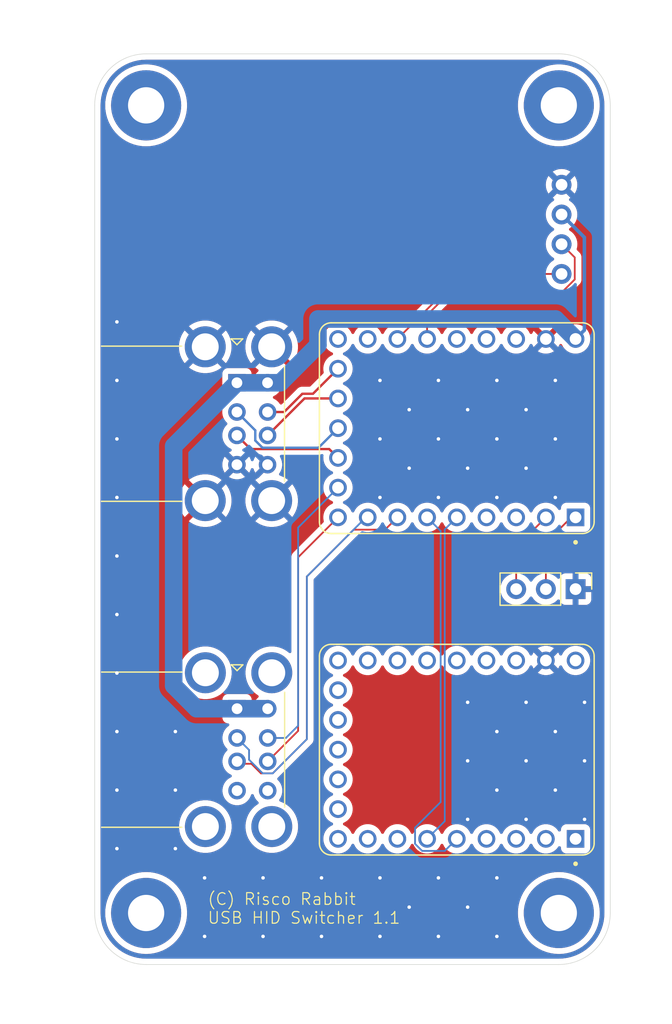
<source format=kicad_pcb>
(kicad_pcb (version 20241229) (generator "pcbnew") (generator_version "9.0")
  (layers (0 "F.Cu" signal) (2 "B.Cu" signal) (13 "F.Paste" user) (15 "B.Paste" user) (5 "F.SilkS" user "F.Silkscreen") (7 "B.SilkS" user "B.Silkscreen") (1 "F.Mask" user) (3 "B.Mask" user) (25 "Edge.Cuts" user))
  (net 0 "")
  (net 1 "Net-(J1-D2+)")
  (net 2 "Net-(J1-D1+)")
  (net 6 "Net-(J1-D2-)")
  (net 11 "Net-(J1-D1-)")
  (net 16 "Net-(J2-D1-)")
  (net 17 "Net-(J2-D1+)")
  (net 18 "Net-(J2-D2+)")
  (net 19 "Net-(J2-D2-)")
  (net 30 "Net-(U1-GP5)")
  (net 35 "GND")
  (net 36 "+5V")
  (net 37 "+5VL")
  (net 38 "Net-(J3-Pin_2)")
  (net 39 "Net-(J3-Pin_3)")
  (net 40 "Net-(U1-GP4)")
  (net 41 "Net-(U1-GP26)")
  (net 42 "Net-(U1-GP27)")
  (footprint "Connector_PinHeader_2.54mm:PinHeader_1x03_P2.54mm_Vertical" (layer "F.Cu") (at 141.732 100.33 -90)
    (property "Reference" "J3" (hide yes))
    (property "Value" "Conn_01x03_Socket" (hide yes))
    (fp_line (start -1.38 6.46) (end 1.38 6.46) (stroke (width 0.12)) (layer "F.SilkS"))
    (fp_line (start -1.38 1.27) (end -1.38 6.46) (stroke (width 0.12)) (layer "F.SilkS"))
    (fp_line (start -1.38 1.27) (end 1.38 1.27) (stroke (width 0.12)) (layer "F.SilkS"))
    (fp_line (start 1.38 1.27) (end 1.38 6.46) (stroke (width 0.12)) (layer "F.SilkS"))
    (fp_line (start -1.38 0) (end -1.38 -1.38) (stroke (width 0.12)) (layer "F.SilkS"))
    (fp_line (start -1.38 -1.38) (end 0 -1.38) (stroke (width 0.12)) (layer "F.SilkS"))
    (pad "1" thru_hole rect (at 0 0 270) (size 1.7 1.7) (drill 1) (layers "*.Cu" "*.Mask") (net 35 "GND"))
    (pad "2" thru_hole circle (at 0 2.54 270) (size 1.7 1.7) (drill 1) (layers "*.Cu" "*.Mask") (net 38 "Net-(J3-Pin_2)"))
    (pad "3" thru_hole circle (at 0 5.08 270) (size 1.7 1.7) (drill 1) (layers "*.Cu" "*.Mask") (net 39 "Net-(J3-Pin_3)"))
  )
  (footprint "mylib:M3ネジ穴" (layer "F.Cu") (at 105 129)
    (property "Reference" "REF**" (hide yes))
    (property "Value" "M3ネジ穴" (hide yes))
    (pad "1" thru_hole roundrect (at 0 -1) (size 6 6) (drill 3.1) (layers "*.Cu" "*.Mask") (roundrect_rratio 0.5))
  )
  (footprint "mylib:M3ネジ穴" (layer "F.Cu") (at 104.9 59)
    (property "Reference" "REF**" (hide yes))
    (property "Value" "M3ネジ穴" (hide yes))
    (pad "1" thru_hole roundrect (at 0.1 0) (size 6 6) (drill 3.1) (layers "*.Cu" "*.Mask") (roundrect_rratio 0.5))
  )
  (footprint "mylib:OLED128x32" (layer "F.Cu") (at 122.5 69.596 -90)
    (property "Reference" "U3" (hide yes))
    (property "Value" "~" (hide yes))
    (pad "1" thru_hole roundrect (at -3.81 -18.034 270) (size 1.7 1.7) (drill 1) (layers "*.Cu" "*.Mask") (roundrect_rratio 0.5) (net 35 "GND"))
    (pad "2" thru_hole roundrect (at -1.27 -18.034 270) (size 1.7 1.7) (drill 1) (layers "*.Cu" "*.Mask") (roundrect_rratio 0.5) (net 36 "+5V"))
    (pad "3" thru_hole roundrect (at 1.27 -18.034 270) (size 1.7 1.7) (drill 1) (layers "*.Cu" "*.Mask") (roundrect_rratio 0.5) (net 42 "Net-(U1-GP27)"))
    (pad "3" thru_hole roundrect (at 1.27 -18.034 270) (size 1.7 1.7) (drill 1) (layers "*.Cu" "*.Mask") (roundrect_rratio 0.5) (net 42 "Net-(U1-GP27)"))
    (pad "4" thru_hole roundrect (at 3.81 -18.034 270) (size 1.7 1.7) (drill 1) (layers "*.Cu" "*.Mask") (roundrect_rratio 0.5) (net 41 "Net-(U1-GP26)"))
  )
  (footprint "Connector_USB:USB_A_CUI_UJ2-ADH-TH_Horizontal_Stacked" (layer "F.Cu") (at 112.766315 82.699998)
    (property "Reference" "J1" (hide yes))
    (property "Value" "USB_A_Stacked" (hide yes))
    (fp_line (start -11.58 10.13) (end -4.73 10.13) (stroke (width 0.12)) (layer "F.SilkS"))
    (fp_line (start -4.73 -3.13) (end -11.58 -3.13) (stroke (width 0.12)) (layer "F.SilkS"))
    (fp_line (start -0.5 -3.75) (end 0 -3.25) (stroke (width 0.12)) (layer "F.SilkS"))
    (fp_line (start 0 -3.25) (end 0.5 -3.75) (stroke (width 0.12)) (layer "F.SilkS"))
    (fp_line (start 0.5 -3.75) (end -0.5 -3.75) (stroke (width 0.12)) (layer "F.SilkS"))
    (fp_line (start 4.07 8.4) (end 4.07 -1.4) (stroke (width 0.12)) (layer "F.SilkS"))
    (pad "1" thru_hole rect (at 0 0) (size 1.5 1.5) (drill 0.92) (layers "*.Cu" "*.Mask") (net 36 "+5V"))
    (pad "2" thru_hole circle (at 0 2.5) (size 1.5 1.5) (drill 0.92) (layers "*.Cu" "*.Mask") (net 11 "Net-(J1-D1-)"))
    (pad "3" thru_hole circle (at 0 4.5) (size 1.5 1.5) (drill 0.92) (layers "*.Cu" "*.Mask") (net 2 "Net-(J1-D1+)"))
    (pad "4" thru_hole circle (at 0 7) (size 1.5 1.5) (drill 0.92) (layers "*.Cu" "*.Mask") (net 35 "GND"))
    (pad "5" thru_hole circle (at 2.62 0) (size 1.5 1.5) (drill 0.92) (layers "*.Cu" "*.Mask") (net 36 "+5V"))
    (pad "6" thru_hole circle (at 2.62 2.5) (size 1.5 1.5) (drill 0.92) (layers "*.Cu" "*.Mask") (net 6 "Net-(J1-D2-)"))
    (pad "7" thru_hole circle (at 2.62 4.5) (size 1.5 1.5) (drill 0.92) (layers "*.Cu" "*.Mask") (net 1 "Net-(J1-D2+)"))
    (pad "8" thru_hole circle (at 2.62 7) (size 1.5 1.5) (drill 0.92) (layers "*.Cu" "*.Mask") (net 35 "GND"))
    (pad "9" thru_hole circle (at -2.71 -3.07) (size 3.5 3.5) (drill 2.3) (layers "*.Cu" "*.Mask") (net 35 "GND"))
    (pad "9" thru_hole circle (at -2.71 10.07) (size 3.5 3.5) (drill 2.3) (layers "*.Cu" "*.Mask") (net 35 "GND"))
    (pad "9" thru_hole circle (at 2.97 -3.07) (size 3.5 3.5) (drill 2.3) (layers "*.Cu" "*.Mask") (net 35 "GND"))
    (pad "9" thru_hole circle (at 2.97 10.07) (size 3.5 3.5) (drill 2.3) (layers "*.Cu" "*.Mask") (net 35 "GND"))
  )
  (footprint "Connector_USB:USB_A_CUI_UJ2-ADH-TH_Horizontal_Stacked" (layer "F.Cu") (at 112.7778 110.545998)
    (property "Reference" "J2" (hide yes))
    (property "Value" "USB_A_Stacked" (hide yes))
    (fp_line (start -11.58 10.13) (end -4.73 10.13) (stroke (width 0.12)) (layer "F.SilkS"))
    (fp_line (start -4.73 -3.13) (end -11.58 -3.13) (stroke (width 0.12)) (layer "F.SilkS"))
    (fp_line (start -0.5 -3.75) (end 0 -3.25) (stroke (width 0.12)) (layer "F.SilkS"))
    (fp_line (start 0 -3.25) (end 0.5 -3.75) (stroke (width 0.12)) (layer "F.SilkS"))
    (fp_line (start 0.5 -3.75) (end -0.5 -3.75) (stroke (width 0.12)) (layer "F.SilkS"))
    (fp_line (start 4.07 8.4) (end 4.07 -1.4) (stroke (width 0.12)) (layer "F.SilkS"))
    (pad "1" thru_hole rect (at 0 0) (size 1.5 1.5) (drill 0.92) (layers "*.Cu" "*.Mask") (net 36 "+5V"))
    (pad "2" thru_hole circle (at 0 2.5) (size 1.5 1.5) (drill 0.92) (layers "*.Cu" "*.Mask") (net 16 "Net-(J2-D1-)"))
    (pad "3" thru_hole circle (at 0 4.5) (size 1.5 1.5) (drill 0.92) (layers "*.Cu" "*.Mask") (net 17 "Net-(J2-D1+)"))
    (pad "4" thru_hole circle (at 0 7) (size 1.5 1.5) (drill 0.92) (layers "*.Cu" "*.Mask"))
    (pad "5" thru_hole circle (at 2.62 0) (size 1.5 1.5) (drill 0.92) (layers "*.Cu" "*.Mask") (net 36 "+5V"))
    (pad "6" thru_hole circle (at 2.62 2.5) (size 1.5 1.5) (drill 0.92) (layers "*.Cu" "*.Mask") (net 19 "Net-(J2-D2-)"))
    (pad "7" thru_hole circle (at 2.62 4.5) (size 1.5 1.5) (drill 0.92) (layers "*.Cu" "*.Mask") (net 18 "Net-(J2-D2+)"))
    (pad "8" thru_hole circle (at 2.62 7) (size 1.5 1.5) (drill 0.92) (layers "*.Cu" "*.Mask"))
    (pad "9" thru_hole circle (at -2.71 -3.07) (size 3.5 3.5) (drill 2.3) (layers "*.Cu" "*.Mask"))
    (pad "9" thru_hole circle (at -2.71 10.07) (size 3.5 3.5) (drill 2.3) (layers "*.Cu" "*.Mask"))
    (pad "9" thru_hole circle (at 2.97 -3.07) (size 3.5 3.5) (drill 2.3) (layers "*.Cu" "*.Mask"))
    (pad "9" thru_hole circle (at 2.97 10.07) (size 3.5 3.5) (drill 2.3) (layers "*.Cu" "*.Mask"))
  )
  (footprint "" (layer "F.Cu") (at 140 128)
    (property "Reference" "" (at 0 0 0) (layer "F.SilkS") (effects (font (size 1.27 1.27))))
    (property "Value" "")
    (pad "1" thru_hole roundrect (at 0.3 0) (size 6 6) (drill 3.1) (layers "*.Cu" "*.Mask") (roundrect_rratio 0.5))
  )
  (footprint "Library:MODULE_RP2040-ZERO" (layer "F.Cu") (at 131.572 86.58 -90)
    (property "Reference" "U1" (hide yes))
    (property "Value" "RP2040-ZERO" (hide yes))
    (fp_line (start -8 11.75) (end 8 11.75) (stroke (width 0.127)) (layer "F.SilkS"))
    (fp_line (start 9 10.75) (end 9 -10.75) (stroke (width 0.127)) (layer "F.SilkS"))
    (fp_line (start -9 -10.75) (end -9 10.75) (stroke (width 0.127)) (layer "F.SilkS"))
    (fp_line (start 8 -11.75) (end -8 -11.75) (stroke (width 0.127)) (layer "F.SilkS"))
    (fp_arc (start -8 11.75) (mid -8.707107 11.457107) (end -9 10.75) (stroke (width 0.127)) (layer "F.SilkS"))
    (fp_arc (start 9 10.75) (mid 8.707107 11.457107) (end 8 11.75) (stroke (width 0.127)) (layer "F.SilkS"))
    (fp_arc (start -9 -10.75) (mid -8.707107 -11.457107) (end -8 -11.75) (stroke (width 0.127)) (layer "F.SilkS"))
    (fp_arc (start 8 -11.75) (mid 8.707107 -11.457107) (end 9 -10.75) (stroke (width 0.127)) (layer "F.SilkS"))
    (fp_circle (center 9.75 -10.16) (end 9.85 -10.16) (stroke (width 0.2)) (fill no) (layer "F.SilkS"))
    (pad "1" thru_hole rect (at 7.62 -10.16 270) (size 1.508 1.508) (drill 1) (layers "*.Cu" "*.Mask") (net 38 "Net-(J3-Pin_2)"))
    (pad "2" thru_hole circle (at 7.62 -7.62 270) (size 1.508 1.508) (drill 1) (layers "*.Cu" "*.Mask") (net 39 "Net-(J3-Pin_3)"))
    (pad "3" thru_hole circle (at 7.62 -5.08 270) (size 1.508 1.508) (drill 1) (layers "*.Cu" "*.Mask"))
    (pad "4" thru_hole circle (at 7.62 -2.54 270) (size 1.508 1.508) (drill 1) (layers "*.Cu" "*.Mask"))
    (pad "5" thru_hole circle (at 7.62 0 270) (size 1.508 1.508) (drill 1) (layers "*.Cu" "*.Mask") (net 40 "Net-(U1-GP4)"))
    (pad "6" thru_hole circle (at 7.62 2.54 270) (size 1.508 1.508) (drill 1) (layers "*.Cu" "*.Mask") (net 30 "Net-(U1-GP5)"))
    (pad "7" thru_hole circle (at 7.62 5.08 270) (size 1.508 1.508) (drill 1) (layers "*.Cu" "*.Mask") (net 17 "Net-(J2-D1+)"))
    (pad "8" thru_hole circle (at 7.62 7.62 270) (size 1.508 1.508) (drill 1) (layers "*.Cu" "*.Mask") (net 16 "Net-(J2-D1-)"))
    (pad "9" thru_hole circle (at 7.62 10.16 270) (size 1.508 1.508) (drill 1) (layers "*.Cu" "*.Mask") (net 18 "Net-(J2-D2+)"))
    (pad "10" thru_hole circle (at 5.08 10.16 270) (size 1.508 1.508) (drill 1) (layers "*.Cu" "*.Mask") (net 19 "Net-(J2-D2-)"))
    (pad "11" thru_hole circle (at 2.54 10.16 270) (size 1.508 1.508) (drill 1) (layers "*.Cu" "*.Mask") (net 2 "Net-(J1-D1+)"))
    (pad "12" thru_hole circle (at 0 10.16 270) (size 1.508 1.508) (drill 1) (layers "*.Cu" "*.Mask") (net 11 "Net-(J1-D1-)"))
    (pad "13" thru_hole circle (at -2.54 10.16 270) (size 1.508 1.508) (drill 1) (layers "*.Cu" "*.Mask") (net 1 "Net-(J1-D2+)"))
    (pad "14" thru_hole circle (at -5.08 10.16 270) (size 1.508 1.508) (drill 1) (layers "*.Cu" "*.Mask") (net 6 "Net-(J1-D2-)"))
    (pad "15" thru_hole circle (at -7.62 10.16 270) (size 1.508 1.508) (drill 1) (layers "*.Cu" "*.Mask"))
    (pad "16" thru_hole circle (at -7.62 7.62 270) (size 1.508 1.508) (drill 1) (layers "*.Cu" "*.Mask"))
    (pad "17" thru_hole circle (at -7.62 5.08 270) (size 1.508 1.508) (drill 1) (layers "*.Cu" "*.Mask") (net 41 "Net-(U1-GP26)"))
    (pad "18" thru_hole circle (at -7.62 2.54 270) (size 1.508 1.508) (drill 1) (layers "*.Cu" "*.Mask") (net 42 "Net-(U1-GP27)"))
    (pad "19" thru_hole circle (at -7.62 0 270) (size 1.508 1.508) (drill 1) (layers "*.Cu" "*.Mask"))
    (pad "20" thru_hole circle (at -7.62 -2.54 270) (size 1.508 1.508) (drill 1) (layers "*.Cu" "*.Mask"))
    (pad "21" thru_hole circle (at -7.62 -5.08 270) (size 1.508 1.508) (drill 1) (layers "*.Cu" "*.Mask"))
    (pad "22" thru_hole circle (at -7.62 -7.62 270) (size 1.508 1.508) (drill 1) (layers "*.Cu" "*.Mask") (net 35 "GND"))
    (pad "23" thru_hole circle (at -7.62 -10.16 270) (size 1.508 1.508) (drill 1) (layers "*.Cu" "*.Mask") (net 36 "+5V"))
  )
  (footprint "mylib:M3ネジ穴" (layer "F.Cu") (at 140 59)
    (property "Reference" "REF**" (hide yes))
    (property "Value" "M3ネジ穴" (hide yes))
    (pad "1" thru_hole roundrect (at 0.3 0) (size 6 6) (drill 3.1) (layers "*.Cu" "*.Mask") (roundrect_rratio 0.5))
  )
  (footprint "Library:MODULE_RP2040-ZERO" (layer "F.Cu") (at 131.572 114.046 -90)
    (property "Reference" "U2" (hide yes))
    (property "Value" "RP2040-ZERO" (hide yes))
    (fp_line (start -8 11.75) (end 8 11.75) (stroke (width 0.127)) (layer "F.SilkS"))
    (fp_line (start 9 10.75) (end 9 -10.75) (stroke (width 0.127)) (layer "F.SilkS"))
    (fp_line (start -9 -10.75) (end -9 10.75) (stroke (width 0.127)) (layer "F.SilkS"))
    (fp_line (start 8 -11.75) (end -8 -11.75) (stroke (width 0.127)) (layer "F.SilkS"))
    (fp_arc (start -8 11.75) (mid -8.707107 11.457107) (end -9 10.75) (stroke (width 0.127)) (layer "F.SilkS"))
    (fp_arc (start 9 10.75) (mid 8.707107 11.457107) (end 8 11.75) (stroke (width 0.127)) (layer "F.SilkS"))
    (fp_arc (start -9 -10.75) (mid -8.707107 -11.457107) (end -8 -11.75) (stroke (width 0.127)) (layer "F.SilkS"))
    (fp_arc (start 8 -11.75) (mid 8.707107 -11.457107) (end 9 -10.75) (stroke (width 0.127)) (layer "F.SilkS"))
    (fp_circle (center 9.75 -10.16) (end 9.85 -10.16) (stroke (width 0.2)) (fill no) (layer "F.SilkS"))
    (pad "1" thru_hole rect (at 7.62 -10.16 270) (size 1.508 1.508) (drill 1) (layers "*.Cu" "*.Mask"))
    (pad "2" thru_hole circle (at 7.62 -7.62 270) (size 1.508 1.508) (drill 1) (layers "*.Cu" "*.Mask"))
    (pad "3" thru_hole circle (at 7.62 -5.08 270) (size 1.508 1.508) (drill 1) (layers "*.Cu" "*.Mask"))
    (pad "4" thru_hole circle (at 7.62 -2.54 270) (size 1.508 1.508) (drill 1) (layers "*.Cu" "*.Mask"))
    (pad "5" thru_hole circle (at 7.62 0 270) (size 1.508 1.508) (drill 1) (layers "*.Cu" "*.Mask") (net 30 "Net-(U1-GP5)"))
    (pad "6" thru_hole circle (at 7.62 2.54 270) (size 1.508 1.508) (drill 1) (layers "*.Cu" "*.Mask") (net 40 "Net-(U1-GP4)"))
    (pad "7" thru_hole circle (at 7.62 5.08 270) (size 1.508 1.508) (drill 1) (layers "*.Cu" "*.Mask"))
    (pad "8" thru_hole circle (at 7.62 7.62 270) (size 1.508 1.508) (drill 1) (layers "*.Cu" "*.Mask"))
    (pad "9" thru_hole circle (at 7.62 10.16 270) (size 1.508 1.508) (drill 1) (layers "*.Cu" "*.Mask"))
    (pad "10" thru_hole circle (at 5.08 10.16 270) (size 1.508 1.508) (drill 1) (layers "*.Cu" "*.Mask"))
    (pad "11" thru_hole circle (at 2.54 10.16 270) (size 1.508 1.508) (drill 1) (layers "*.Cu" "*.Mask"))
    (pad "12" thru_hole circle (at 0 10.16 270) (size 1.508 1.508) (drill 1) (layers "*.Cu" "*.Mask"))
    (pad "13" thru_hole circle (at -2.54 10.16 270) (size 1.508 1.508) (drill 1) (layers "*.Cu" "*.Mask"))
    (pad "14" thru_hole circle (at -5.08 10.16 270) (size 1.508 1.508) (drill 1) (layers "*.Cu" "*.Mask"))
    (pad "15" thru_hole circle (at -7.62 10.16 270) (size 1.508 1.508) (drill 1) (layers "*.Cu" "*.Mask"))
    (pad "16" thru_hole circle (at -7.62 7.62 270) (size 1.508 1.508) (drill 1) (layers "*.Cu" "*.Mask"))
    (pad "17" thru_hole circle (at -7.62 5.08 270) (size 1.508 1.508) (drill 1) (layers "*.Cu" "*.Mask"))
    (pad "18" thru_hole circle (at -7.62 2.54 270) (size 1.508 1.508) (drill 1) (layers "*.Cu" "*.Mask"))
    (pad "19" thru_hole circle (at -7.62 0 270) (size 1.508 1.508) (drill 1) (layers "*.Cu" "*.Mask"))
    (pad "20" thru_hole circle (at -7.62 -2.54 270) (size 1.508 1.508) (drill 1) (layers "*.Cu" "*.Mask"))
    (pad "21" thru_hole circle (at -7.62 -5.08 270) (size 1.508 1.508) (drill 1) (layers "*.Cu" "*.Mask"))
    (pad "22" thru_hole circle (at -7.62 -7.62 270) (size 1.508 1.508) (drill 1) (layers "*.Cu" "*.Mask") (net 35 "GND"))
    (pad "23" thru_hole circle (at -7.62 -10.16 270) (size 1.508 1.508) (drill 1) (layers "*.Cu" "*.Mask") (net 37 "+5VL"))
  )
  (gr_arc (start 144.7 128) (mid 143.41127 131.11127) (end 140.3 132.4) (stroke (width 0.05)) (layer "Edge.Cuts"))
  (gr_line (start 100.6 128) (end 100.6 59) (stroke (width 0.05)) (layer "Edge.Cuts"))
  (gr_arc (start 100.6 59) (mid 101.88873 55.88873) (end 105 54.6) (stroke (width 0.05)) (layer "Edge.Cuts"))
  (gr_arc (start 105 132.4) (mid 101.88873 131.11127) (end 100.6 128) (stroke (width 0.05)) (layer "Edge.Cuts"))
  (gr_line (start 105 54.6) (end 140.3 54.6) (stroke (width 0.05)) (layer "Edge.Cuts"))
  (gr_line (start 144.7 59) (end 144.7 128) (stroke (width 0.05)) (layer "Edge.Cuts"))
  (gr_arc (start 140.3 54.6) (mid 143.41127 55.88873) (end 144.7 59) (stroke (width 0.05)) (layer "Edge.Cuts"))
  (gr_line (start 140.3 132.4) (end 105 132.4) (stroke (width 0.05)) (layer "Edge.Cuts"))
  (gr_text "(C) Risco Rabbit\nUSB HID Switcher 1.1\n" (at 110.2 129 0) (layer "F.SilkS") (effects (font (size 1 1) (thickness 0.1)) (justify left bottom)))
  (segment (start 118.546313 84.04) (end 115.386315 87.199998) (width 0.2) (layer "F.Cu") (net 1))
  (segment (start 121.412 84.04) (end 118.546313 84.04) (width 0.2) (layer "F.Cu") (net 1))
  (segment (start 113.932317 88.366) (end 112.766315 87.199998) (width 0.2) (layer "F.Cu") (net 2))
  (segment (start 121.412 89.12) (end 120.658 88.366) (width 0.2) (layer "F.Cu") (net 2))
  (segment (start 120.658 88.366) (end 113.932317 88.366) (width 0.2) (layer "F.Cu") (net 2))
  (segment (start 116.059998 85.199998) (end 115.386315 85.199998) (width 0.15) (layer "F.Cu") (net 6))
  (segment (start 121.412 81.5) (end 119.273 83.639) (width 0.2) (layer "F.Cu") (net 6))
  (segment (start 116.800002 85.199998) (end 115.386315 85.199998) (width 0.2) (layer "F.Cu") (net 6))
  (segment (start 118.361 83.639) (end 116.800002 85.199998) (width 0.2) (layer "F.Cu") (net 6))
  (segment (start 119.273 83.639) (end 118.361 83.639) (width 0.2) (layer "F.Cu") (net 6))
  (segment (start 114.335315 87.635337) (end 114.950976 88.250998) (width 0.2) (layer "B.Cu") (net 11))
  (segment (start 114.950976 88.250998) (end 119.741002 88.250998) (width 0.2) (layer "B.Cu") (net 11))
  (segment (start 119.741002 88.250998) (end 121.412 86.58) (width 0.2) (layer "B.Cu") (net 11))
  (segment (start 112.766315 85.199998) (end 114.335315 86.768998) (width 0.2) (layer "B.Cu") (net 11))
  (segment (start 114.335315 86.768998) (end 114.335315 87.635337) (width 0.2) (layer "B.Cu") (net 11))
  (segment (start 113.8038 114.071998) (end 112.7778 113.045998) (width 0.15) (layer "B.Cu") (net 16))
  (segment (start 114.972816 116.071998) (end 113.8038 114.902982) (width 0.15) (layer "B.Cu") (net 16))
  (segment (start 123.952 94.2) (end 123.8 94.2) (width 0.15) (layer "B.Cu") (net 16))
  (segment (start 123.8 94.2) (end 118.75 99.25) (width 0.15) (layer "B.Cu") (net 16))
  (segment (start 115.822784 116.071998) (end 114.972816 116.071998) (width 0.15) (layer "B.Cu") (net 16))
  (segment (start 118.75 99.25) (end 118.75 113.144782) (width 0.15) (layer "B.Cu") (net 16))
  (segment (start 118.75 113.144782) (end 115.822784 116.071998) (width 0.15) (layer "B.Cu") (net 16))
  (segment (start 113.8038 114.902982) (end 113.8038 114.071998) (width 0.15) (layer "B.Cu") (net 16))
  (segment (start 126.492 94.2) (end 125.442 95.25) (width 0.15) (layer "F.Cu") (net 17))
  (segment (start 112.981802 115.25) (end 112.7778 115.045998) (width 0.15) (layer "F.Cu") (net 17))
  (segment (start 115.822784 116.071998) (end 114.821998 116.071998) (width 0.15) (layer "F.Cu") (net 17))
  (segment (start 122.75 95.25) (end 118.75 99.25) (width 0.15) (layer "F.Cu") (net 17))
  (segment (start 125.442 95.25) (end 122.75 95.25) (width 0.15) (layer "F.Cu") (net 17))
  (segment (start 114.821998 116.071998) (end 114 115.25) (width 0.15) (layer "F.Cu") (net 17))
  (segment (start 118.75 113.144782) (end 115.822784 116.071998) (width 0.15) (layer "F.Cu") (net 17))
  (segment (start 114 115.25) (end 112.981802 115.25) (width 0.15) (layer "F.Cu") (net 17))
  (segment (start 118.75 99.25) (end 118.75 113.144782) (width 0.15) (layer "F.Cu") (net 17))
  (segment (start 118 97.612) (end 118 112.443798) (width 0.15) (layer "F.Cu") (net 18))
  (segment (start 121.412 94.2) (end 118 97.612) (width 0.15) (layer "F.Cu") (net 18))
  (segment (start 118 112.443798) (end 115.3978 115.045998) (width 0.15) (layer "F.Cu") (net 18))
  (segment (start 118 112) (end 116.954002 113.045998) (width 0.15) (layer "B.Cu") (net 19))
  (segment (start 116.954002 113.045998) (end 115.3978 113.045998) (width 0.15) (layer "B.Cu") (net 19))
  (segment (start 118 95.072) (end 118 112) (width 0.15) (layer "B.Cu") (net 19))
  (segment (start 121.412 91.66) (end 118 95.072) (width 0.15) (layer "B.Cu") (net 19))
  (segment (start 128.002 120.71) (end 128.002 122.09264) (width 0.15) (layer "B.Cu") (net 30))
  (segment (start 130.191 118.521) (end 128.002 120.71) (width 0.15) (layer "B.Cu") (net 30))
  (segment (start 130.542 122.696) (end 131.572 121.666) (width 0.15) (layer "B.Cu") (net 30))
  (segment (start 130.191 95.359) (end 130.191 118.521) (width 0.15) (layer "B.Cu") (net 30))
  (segment (start 128.002 122.09264) (end 128.60536 122.696) (width 0.15) (layer "B.Cu") (net 30))
  (segment (start 129.032 94.2) (end 130.191 95.359) (width 0.15) (layer "B.Cu") (net 30))
  (segment (start 128.60536 122.696) (end 130.542 122.696) (width 0.15) (layer "B.Cu") (net 30))
  (via (at 110 130) (size 0.6) (drill 0.3) (layers "F.Cu" "B.Cu") (net 35))
  (via (at 115 130) (size 0.6) (drill 0.3) (layers "F.Cu" "B.Cu") (net 35))
  (via (at 107.5 112.5) (size 0.6) (drill 0.3) (layers "F.Cu" "B.Cu") (net 35))
  (via (at 140 82.5) (size 0.6) (drill 0.3) (layers "F.Cu" "B.Cu") (net 35))
  (via (at 142.5 120) (size 0.6) (drill 0.3) (layers "F.Cu" "B.Cu") (net 35))
  (via (at 102.5 117.5) (size 0.6) (drill 0.3) (layers "F.Cu" "B.Cu") (net 35))
  (via (at 135 117.5) (size 0.6) (drill 0.3) (layers "F.Cu" "B.Cu") (net 35))
  (via (at 130 130) (size 0.6) (drill 0.3) (layers "F.Cu" "B.Cu") (net 35))
  (via (at 135 82.5) (size 0.6) (drill 0.3) (layers "F.Cu" "B.Cu") (net 35))
  (via (at 137.5 85) (size 0.6) (drill 0.3) (layers "F.Cu" "B.Cu") (net 35))
  (via (at 127.5 85) (size 0.6) (drill 0.3) (layers "F.Cu" "B.Cu") (net 35))
  (via (at 115 125) (size 0.6) (drill 0.3) (layers "F.Cu" "B.Cu") (net 35))
  (via (at 125 125) (size 0.6) (drill 0.3) (layers "F.Cu" "B.Cu") (net 35))
  (via (at 110 125) (size 0.6) (drill 0.3) (layers "F.Cu" "B.Cu") (net 35))
  (via (at 102.5 92.5) (size 0.6) (drill 0.3) (layers "F.Cu" "B.Cu") (net 35))
  (via (at 137.5 90) (size 0.6) (drill 0.3) (layers "F.Cu" "B.Cu") (net 35))
  (via (at 127.5 90) (size 0.6) (drill 0.3) (layers "F.Cu" "B.Cu") (net 35))
  (via (at 127.5 127.5) (size 0.6) (drill 0.3) (layers "F.Cu" "B.Cu") (net 35))
  (via (at 102.5 82.5) (size 0.6) (drill 0.3) (layers "F.Cu" "B.Cu") (net 35))
  (via (at 125 87.5) (size 0.6) (drill 0.3) (layers "F.Cu" "B.Cu") (net 35))
  (via (at 125 82.5) (size 0.6) (drill 0.3) (layers "F.Cu" "B.Cu") (net 35))
  (via (at 140 112.5) (size 0.6) (drill 0.3) (layers "F.Cu" "B.Cu") (net 35))
  (via (at 140 92.5) (size 0.6) (drill 0.3) (layers "F.Cu" "B.Cu") (net 35))
  (via (at 132.5 120) (size 0.6) (drill 0.3) (layers "F.Cu" "B.Cu") (net 35))
  (via (at 142.5 110) (size 0.6) (drill 0.3) (layers "F.Cu" "B.Cu") (net 35))
  (via (at 102.5 112.5) (size 0.6) (drill 0.3) (layers "F.Cu" "B.Cu") (net 35))
  (via (at 120 125) (size 0.6) (drill 0.3) (layers "F.Cu" "B.Cu") (net 35))
  (via (at 135 112.5) (size 0.6) (drill 0.3) (layers "F.Cu" "B.Cu") (net 35))
  (via (at 137.5 115) (size 0.6) (drill 0.3) (layers "F.Cu" "B.Cu") (net 35))
  (via (at 137.5 110) (size 0.6) (drill 0.3) (layers "F.Cu" "B.Cu") (net 35))
  (via (at 102.5 87.5) (size 0.6) (drill 0.3) (layers "F.Cu" "B.Cu") (net 35))
  (via (at 130 125) (size 0.6) (drill 0.3) (layers "F.Cu" "B.Cu") (net 35))
  (via (at 130 82.5) (size 0.6) (drill 0.3) (layers "F.Cu" "B.Cu") (net 35))
  (via (at 132.5 90) (size 0.6) (drill 0.3) (layers "F.Cu" "B.Cu") (net 35))
  (via (at 140 87.5) (size 0.6) (drill 0.3) (layers "F.Cu" "B.Cu") (net 35))
  (via (at 102.5 122.5) (size 0.6) (drill 0.3) (layers "F.Cu" "B.Cu") (net 35))
  (via (at 132.5 127.5) (size 0.6) (drill 0.3) (layers "F.Cu" "B.Cu") (net 35))
  (via (at 130 87.5) (size 0.6) (drill 0.3) (layers "F.Cu" "B.Cu") (net 35))
  (via (at 135 87.5) (size 0.6) (drill 0.3) (layers "F.Cu" "B.Cu") (net 35))
  (via (at 132.5 85) (size 0.6) (drill 0.3) (layers "F.Cu" "B.Cu") (net 35))
  (via (at 102.5 102.5) (size 0.6) (drill 0.3) (layers "F.Cu" "B.Cu") (net 35))
  (via (at 107.5 117.5) (size 0.6) (drill 0.3) (layers "F.Cu" "B.Cu") (net 35))
  (via (at 130 92.5) (size 0.6) (drill 0.3) (layers "F.Cu" "B.Cu") (net 35))
  (via (at 120 130) (size 0.6) (drill 0.3) (layers "F.Cu" "B.Cu") (net 35))
  (via (at 140 117.5) (size 0.6) (drill 0.3) (layers "F.Cu" "B.Cu") (net 35))
  (via (at 135 130) (size 0.6) (drill 0.3) (layers "F.Cu" "B.Cu") (net 35))
  (via (at 135 92.5) (size 0.6) (drill 0.3) (layers "F.Cu" "B.Cu") (net 35))
  (via (at 132.5 110) (size 0.6) (drill 0.3) (layers "F.Cu" "B.Cu") (net 35))
  (via (at 102.5 107.5) (size 0.6) (drill 0.3) (layers "F.Cu" "B.Cu") (net 35))
  (via (at 142.5 115) (size 0.6) (drill 0.3) (layers "F.Cu" "B.Cu") (net 35))
  (via (at 137.5 120) (size 0.6) (drill 0.3) (layers "F.Cu" "B.Cu") (net 35))
  (via (at 107.5 122.5) (size 0.6) (drill 0.3) (layers "F.Cu" "B.Cu") (net 35))
  (via (at 102.5 97.5) (size 0.6) (drill 0.3) (layers "F.Cu" "B.Cu") (net 35))
  (via (at 135 125) (size 0.6) (drill 0.3) (layers "F.Cu" "B.Cu") (net 35))
  (via (at 125 92.5) (size 0.6) (drill 0.3) (layers "F.Cu" "B.Cu") (net 35))
  (via (at 132.5 115) (size 0.6) (drill 0.3) (layers "F.Cu" "B.Cu") (net 35))
  (via (at 102.5 77.5) (size 0.6) (drill 0.3) (layers "F.Cu" "B.Cu") (net 35))
  (via (at 125 130) (size 0.6) (drill 0.3) (layers "F.Cu" "B.Cu") (net 35))
  (segment (start 141.732 78.96) (end 140.027 77.255) (width 1.5) (layer "B.Cu") (net 36))
  (segment (start 107.355315 108.583304) (end 109.318009 110.545998) (width 1.5) (layer "B.Cu") (net 36))
  (segment (start 140.027 77.255) (end 119.693522 77.255) (width 1.5) (layer "B.Cu") (net 36))
  (segment (start 107.355315 88.110998) (end 107.355315 108.583304) (width 1.5) (layer "B.Cu") (net 36))
  (segment (start 112.7778 110.545998) (end 115.3978 110.545998) (width 1.5) (layer "B.Cu") (net 36))
  (segment (start 142.486 78.206) (end 141.732 78.96) (width 0.3) (layer "B.Cu") (net 36))
  (segment (start 119.693522 77.255) (end 119.693522 79.492582) (width 1.5) (layer "B.Cu") (net 36))
  (segment (start 112.766315 82.699998) (end 107.355315 88.110998) (width 1.5) (layer "B.Cu") (net 36))
  (segment (start 142.486 70.278) (end 142.486 78.206) (width 0.3) (layer "B.Cu") (net 36))
  (segment (start 116.486106 82.699998) (end 115.386315 82.699998) (width 1.5) (layer "B.Cu") (net 36))
  (segment (start 109.318009 110.545998) (end 112.7778 110.545998) (width 1.5) (layer "B.Cu") (net 36))
  (segment (start 140.534 68.326) (end 142.486 70.278) (width 0.3) (layer "B.Cu") (net 36))
  (segment (start 119.693522 79.492582) (end 116.486106 82.699998) (width 1.5) (layer "B.Cu") (net 36))
  (segment (start 112.766315 82.699998) (end 115.386315 82.699998) (width 1.5) (layer "B.Cu") (net 36))
  (segment (start 139.192 100.33) (end 139.192 96.368) (width 0.15) (layer "F.Cu") (net 38))
  (segment (start 139.192 96.368) (end 141.36 94.2) (width 0.15) (layer "F.Cu") (net 38))
  (segment (start 141.36 94.2) (end 141.732 94.2) (width 0.15) (layer "F.Cu") (net 38))
  (segment (start 137.49 95.91) (end 137.49 95.902) (width 0.15) (layer "F.Cu") (net 39))
  (segment (start 136.652 100.33) (end 136.652 96.748) (width 0.15) (layer "F.Cu") (net 39))
  (segment (start 137.49 95.902) (end 139.192 94.2) (width 0.15) (layer "F.Cu") (net 39))
  (segment (start 136.652 96.748) (end 137.49 95.91) (width 0.15) (layer "F.Cu") (net 39))
  (segment (start 130.542 95.23) (end 130.542 120.156) (width 0.15) (layer "B.Cu") (net 40))
  (segment (start 131.572 94.2) (end 130.542 95.23) (width 0.15) (layer "B.Cu") (net 40))
  (segment (start 130.542 120.156) (end 129.032 121.666) (width 0.15) (layer "B.Cu") (net 40))
  (segment (start 126.492 78.96) (end 132.046 73.406) (width 0.15) (layer "F.Cu") (net 41))
  (segment (start 132.046 73.406) (end 140.534 73.406) (width 0.15) (layer "F.Cu") (net 41))
  (segment (start 140.482405 75.05) (end 141.66 73.872405) (width 0.15) (layer "F.Cu") (net 42))
  (segment (start 130.898388 75.05) (end 140.482405 75.05) (width 0.15) (layer "F.Cu") (net 42))
  (segment (start 141.66 71.992) (end 140.534 70.866) (width 0.15) (layer "F.Cu") (net 42))
  (segment (start 129.032 78.96) (end 129.032 76.916388) (width 0.15) (layer "F.Cu") (net 42))
  (segment (start 129.032 76.916388) (end 130.898388 75.05) (width 0.15) (layer "F.Cu") (net 42))
  (segment (start 141.66 73.872405) (end 141.66 71.992) (width 0.15) (layer "F.Cu") (net 42))
  (zone (net 35) (net_name "GND") (layer "F.Cu") (connect_pads (clearance 0.5)) (min_thickness 0.25) (fill yes (thermal_gap 0.5) (thermal_bridge_width 0.5))
    (polygon (pts (xy 92.5 52.5) (xy 92.5 135) (xy 150 135) (xy 150 52.5)))
  )
  (zone (net 35) (net_name "GND") (layer "B.Cu") (priority 1) (connect_pads (clearance 0.5)) (min_thickness 0.25) (fill yes (thermal_gap 0.5) (thermal_bridge_width 0.5))
    (polygon (pts (xy 95 50) (xy 95 137.5) (xy 147.5 137.5) (xy 147.5 50)))
  )
)
</source>
